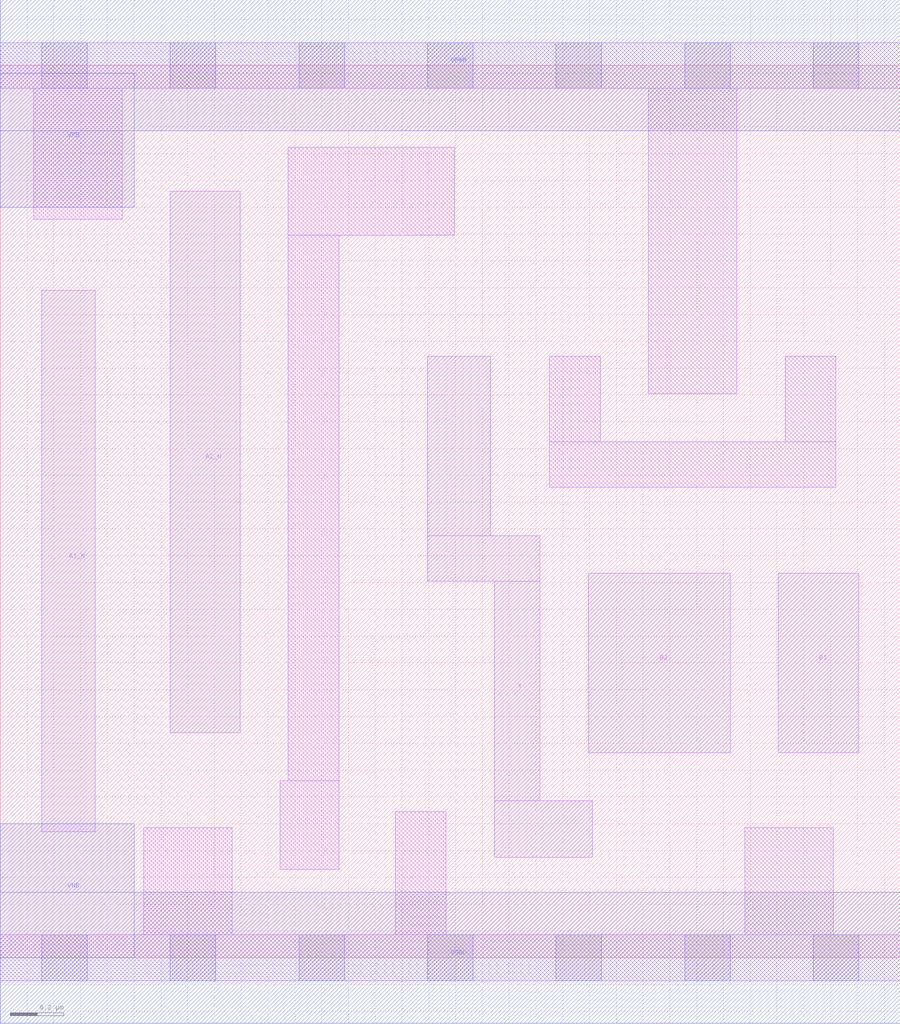
<source format=lef>
# Copyright 2020 The SkyWater PDK Authors
#
# Licensed under the Apache License, Version 2.0 (the "License");
# you may not use this file except in compliance with the License.
# You may obtain a copy of the License at
#
#     https://www.apache.org/licenses/LICENSE-2.0
#
# Unless required by applicable law or agreed to in writing, software
# distributed under the License is distributed on an "AS IS" BASIS,
# WITHOUT WARRANTIES OR CONDITIONS OF ANY KIND, either express or implied.
# See the License for the specific language governing permissions and
# limitations under the License.
#
# SPDX-License-Identifier: Apache-2.0

VERSION 5.5 ;
NAMESCASESENSITIVE ON ;
BUSBITCHARS "[]" ;
DIVIDERCHAR "/" ;
MACRO sky130_fd_sc_lp__a2bb2oi_m
  CLASS CORE ;
  SOURCE USER ;
  ORIGIN  0.000000  0.000000 ;
  SIZE  3.360000 BY  3.330000 ;
  SYMMETRY X Y R90 ;
  SITE unit ;
  PIN A1_N
    ANTENNAGATEAREA  0.126000 ;
    DIRECTION INPUT ;
    USE SIGNAL ;
    PORT
      LAYER li1 ;
        RECT 0.155000 0.470000 0.355000 2.490000 ;
    END
  END A1_N
  PIN A2_N
    ANTENNAGATEAREA  0.126000 ;
    DIRECTION INPUT ;
    USE SIGNAL ;
    PORT
      LAYER li1 ;
        RECT 0.635000 0.840000 0.895000 2.860000 ;
    END
  END A2_N
  PIN B1
    ANTENNAGATEAREA  0.126000 ;
    DIRECTION INPUT ;
    USE SIGNAL ;
    PORT
      LAYER li1 ;
        RECT 2.905000 0.765000 3.205000 1.435000 ;
    END
  END B1
  PIN B2
    ANTENNAGATEAREA  0.126000 ;
    DIRECTION INPUT ;
    USE SIGNAL ;
    PORT
      LAYER li1 ;
        RECT 2.195000 0.765000 2.725000 1.435000 ;
    END
  END B2
  PIN Y
    ANTENNADIFFAREA  0.228900 ;
    DIRECTION OUTPUT ;
    USE SIGNAL ;
    PORT
      LAYER li1 ;
        RECT 1.595000 1.405000 2.015000 1.575000 ;
        RECT 1.595000 1.575000 1.830000 2.245000 ;
        RECT 1.845000 0.375000 2.210000 0.585000 ;
        RECT 1.845000 0.585000 2.015000 1.405000 ;
    END
  END Y
  PIN VGND
    DIRECTION INOUT ;
    USE GROUND ;
    PORT
      LAYER met1 ;
        RECT 0.000000 -0.245000 3.360000 0.245000 ;
    END
  END VGND
  PIN VNB
    DIRECTION INOUT ;
    USE GROUND ;
    PORT
      LAYER met1 ;
        RECT 0.000000 0.000000 0.500000 0.500000 ;
    END
  END VNB
  PIN VPB
    DIRECTION INOUT ;
    USE POWER ;
    PORT
      LAYER met1 ;
        RECT 0.000000 2.800000 0.500000 3.300000 ;
    END
  END VPB
  PIN VPWR
    DIRECTION INOUT ;
    USE POWER ;
    PORT
      LAYER met1 ;
        RECT 0.000000 3.085000 3.360000 3.575000 ;
    END
  END VPWR
  OBS
    LAYER li1 ;
      RECT 0.000000 -0.085000 3.360000 0.085000 ;
      RECT 0.000000  3.245000 3.360000 3.415000 ;
      RECT 0.125000  2.755000 0.455000 3.245000 ;
      RECT 0.535000  0.085000 0.865000 0.485000 ;
      RECT 1.045000  0.330000 1.265000 0.660000 ;
      RECT 1.075000  0.660000 1.265000 2.695000 ;
      RECT 1.075000  2.695000 1.695000 3.025000 ;
      RECT 1.475000  0.085000 1.665000 0.545000 ;
      RECT 2.050000  1.755000 3.120000 1.925000 ;
      RECT 2.050000  1.925000 2.240000 2.245000 ;
      RECT 2.420000  2.105000 2.750000 3.245000 ;
      RECT 2.780000  0.085000 3.110000 0.485000 ;
      RECT 2.930000  1.925000 3.120000 2.245000 ;
    LAYER mcon ;
      RECT 0.155000 -0.085000 0.325000 0.085000 ;
      RECT 0.155000  3.245000 0.325000 3.415000 ;
      RECT 0.635000 -0.085000 0.805000 0.085000 ;
      RECT 0.635000  3.245000 0.805000 3.415000 ;
      RECT 1.115000 -0.085000 1.285000 0.085000 ;
      RECT 1.115000  3.245000 1.285000 3.415000 ;
      RECT 1.595000 -0.085000 1.765000 0.085000 ;
      RECT 1.595000  3.245000 1.765000 3.415000 ;
      RECT 2.075000 -0.085000 2.245000 0.085000 ;
      RECT 2.075000  3.245000 2.245000 3.415000 ;
      RECT 2.555000 -0.085000 2.725000 0.085000 ;
      RECT 2.555000  3.245000 2.725000 3.415000 ;
      RECT 3.035000 -0.085000 3.205000 0.085000 ;
      RECT 3.035000  3.245000 3.205000 3.415000 ;
  END
END sky130_fd_sc_lp__a2bb2oi_m
END LIBRARY

</source>
